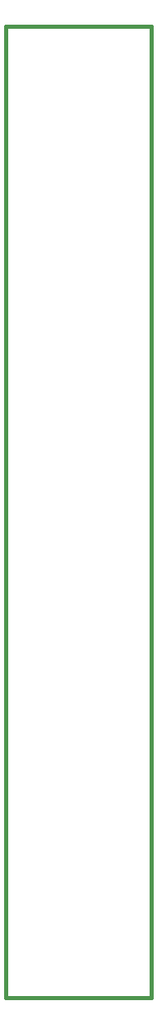
<source format=gko>
%FSLAX33Y33*%
%MOMM*%
%ADD10C,0.381*%
D10*
%LNpath-0*%
G01*
X0Y0D02*
X15000Y0D01*
X15000Y100000*
X0Y100000*
X0Y0*
%LNmechanical details_traces*%
M02*
</source>
